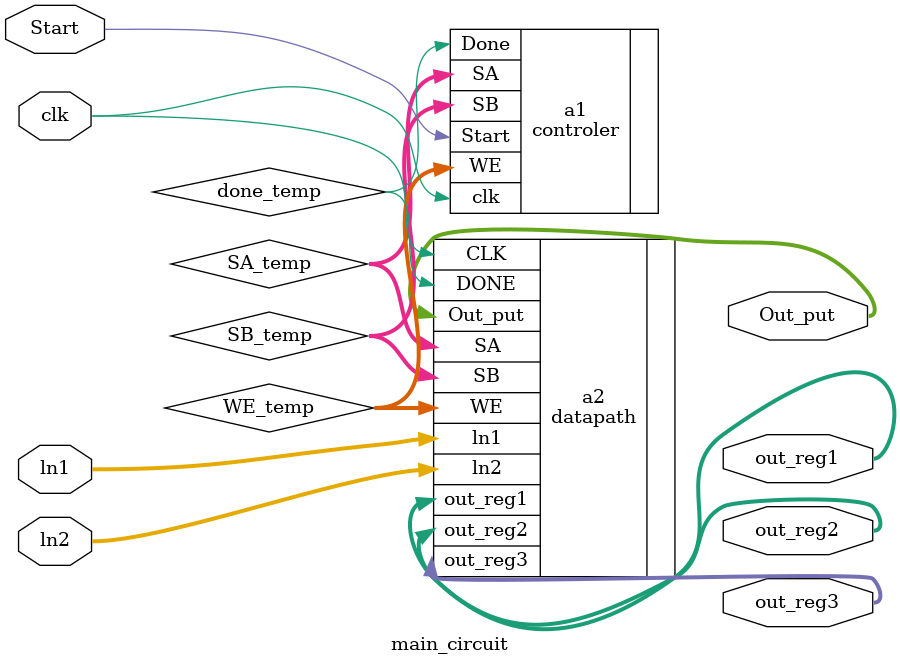
<source format=v>
module main_circuit(clk,Start,ln1,ln2,Out_put,out_reg1,out_reg2,out_reg3);
parameter n=8;
input [n-1:0]ln1,ln2;
input clk,Start;
output [n-1:0]Out_put,out_reg1,out_reg2,out_reg3;
wire done_temp;
wire [1:0]SA_temp;
wire [2:0]SB_temp,WE_temp;




controler a1(.Start(Start),.clk(clk),.SA(SA_temp),.SB(SB_temp),.Done(done_temp),.WE(WE_temp));
datapath  a2(.ln1(ln1),.ln2(ln2),.SA(SA_temp),.SB(SB_temp),.DONE(done_temp),.WE(WE_temp),.CLK(clk),.Out_put(Out_put),.out_reg1(out_reg1),.out_reg2(out_reg2),.out_reg3(out_reg3));


endmodule


</source>
